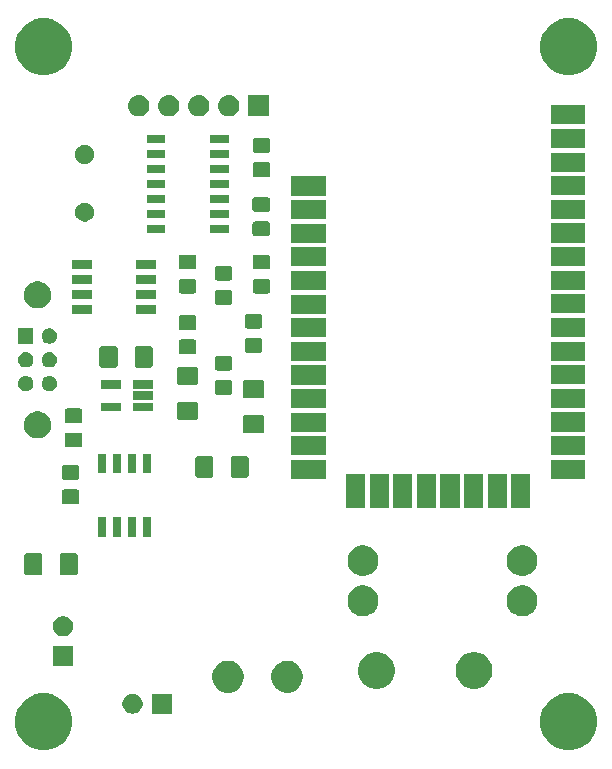
<source format=gts>
G04 #@! TF.GenerationSoftware,KiCad,Pcbnew,(5.0.1-3-g963ef8bb5)*
G04 #@! TF.CreationDate,2019-03-22T22:01:17-04:00*
G04 #@! TF.ProjectId,radio,726164696F2E6B696361645F70636200,rev?*
G04 #@! TF.SameCoordinates,Original*
G04 #@! TF.FileFunction,Soldermask,Top*
G04 #@! TF.FilePolarity,Negative*
%FSLAX46Y46*%
G04 Gerber Fmt 4.6, Leading zero omitted, Abs format (unit mm)*
G04 Created by KiCad (PCBNEW (5.0.1-3-g963ef8bb5)) date Friday, March 22, 2019 at 10:01:17 pm*
%MOMM*%
%LPD*%
G01*
G04 APERTURE LIST*
%ADD10C,0.100000*%
G04 APERTURE END LIST*
D10*
G36*
X172150287Y-131041462D02*
X172587204Y-131222438D01*
X172587205Y-131222439D01*
X172980421Y-131485177D01*
X173314823Y-131819579D01*
X173484934Y-132074169D01*
X173577562Y-132212796D01*
X173758538Y-132649713D01*
X173850800Y-133113543D01*
X173850800Y-133586457D01*
X173758538Y-134050287D01*
X173577562Y-134487204D01*
X173577561Y-134487205D01*
X173314823Y-134880421D01*
X172980421Y-135214823D01*
X172665420Y-135425300D01*
X172587204Y-135477562D01*
X172150287Y-135658538D01*
X171686458Y-135750800D01*
X171213542Y-135750800D01*
X170749713Y-135658538D01*
X170312796Y-135477562D01*
X170234580Y-135425300D01*
X169919579Y-135214823D01*
X169585177Y-134880421D01*
X169322439Y-134487205D01*
X169322438Y-134487204D01*
X169141462Y-134050287D01*
X169049200Y-133586457D01*
X169049200Y-133113543D01*
X169141462Y-132649713D01*
X169322438Y-132212796D01*
X169415066Y-132074169D01*
X169585177Y-131819579D01*
X169919579Y-131485177D01*
X170312795Y-131222439D01*
X170312796Y-131222438D01*
X170749713Y-131041462D01*
X171213542Y-130949200D01*
X171686458Y-130949200D01*
X172150287Y-131041462D01*
X172150287Y-131041462D01*
G37*
G36*
X127700287Y-131041462D02*
X128137204Y-131222438D01*
X128137205Y-131222439D01*
X128530421Y-131485177D01*
X128864823Y-131819579D01*
X129034934Y-132074169D01*
X129127562Y-132212796D01*
X129308538Y-132649713D01*
X129400800Y-133113543D01*
X129400800Y-133586457D01*
X129308538Y-134050287D01*
X129127562Y-134487204D01*
X129127561Y-134487205D01*
X128864823Y-134880421D01*
X128530421Y-135214823D01*
X128215420Y-135425300D01*
X128137204Y-135477562D01*
X127700287Y-135658538D01*
X127236458Y-135750800D01*
X126763542Y-135750800D01*
X126299713Y-135658538D01*
X125862796Y-135477562D01*
X125784580Y-135425300D01*
X125469579Y-135214823D01*
X125135177Y-134880421D01*
X124872439Y-134487205D01*
X124872438Y-134487204D01*
X124691462Y-134050287D01*
X124599200Y-133586457D01*
X124599200Y-133113543D01*
X124691462Y-132649713D01*
X124872438Y-132212796D01*
X124965066Y-132074169D01*
X125135177Y-131819579D01*
X125469579Y-131485177D01*
X125862795Y-131222439D01*
X125862796Y-131222438D01*
X126299713Y-131041462D01*
X126763542Y-130949200D01*
X127236458Y-130949200D01*
X127700287Y-131041462D01*
X127700287Y-131041462D01*
G37*
G36*
X134781169Y-131007895D02*
X134781171Y-131007896D01*
X134781172Y-131007896D01*
X134838369Y-131031588D01*
X134936005Y-131072031D01*
X135075354Y-131165140D01*
X135193860Y-131283646D01*
X135286969Y-131422995D01*
X135351105Y-131577831D01*
X135383800Y-131742203D01*
X135383800Y-131909797D01*
X135351105Y-132074169D01*
X135286969Y-132229005D01*
X135193860Y-132368354D01*
X135075354Y-132486860D01*
X134936005Y-132579969D01*
X134838369Y-132620412D01*
X134781172Y-132644104D01*
X134781171Y-132644104D01*
X134781169Y-132644105D01*
X134616797Y-132676800D01*
X134449203Y-132676800D01*
X134284831Y-132644105D01*
X134284829Y-132644104D01*
X134284828Y-132644104D01*
X134227631Y-132620412D01*
X134129995Y-132579969D01*
X133990646Y-132486860D01*
X133872140Y-132368354D01*
X133779031Y-132229005D01*
X133714895Y-132074169D01*
X133682200Y-131909797D01*
X133682200Y-131742203D01*
X133714895Y-131577831D01*
X133779031Y-131422995D01*
X133872140Y-131283646D01*
X133990646Y-131165140D01*
X134129995Y-131072031D01*
X134227631Y-131031588D01*
X134284828Y-131007896D01*
X134284829Y-131007896D01*
X134284831Y-131007895D01*
X134449203Y-130975200D01*
X134616797Y-130975200D01*
X134781169Y-131007895D01*
X134781169Y-131007895D01*
G37*
G36*
X137883800Y-132676800D02*
X136182200Y-132676800D01*
X136182200Y-130975200D01*
X137883800Y-130975200D01*
X137883800Y-132676800D01*
X137883800Y-132676800D01*
G37*
G36*
X148015014Y-128241110D02*
X148260844Y-128342937D01*
X148260847Y-128342939D01*
X148482082Y-128490762D01*
X148670238Y-128678918D01*
X148818061Y-128900153D01*
X148818063Y-128900156D01*
X148919890Y-129145986D01*
X148971800Y-129406958D01*
X148971800Y-129673042D01*
X148919890Y-129934014D01*
X148818063Y-130179844D01*
X148818061Y-130179847D01*
X148670238Y-130401082D01*
X148482082Y-130589238D01*
X148260847Y-130737061D01*
X148260844Y-130737063D01*
X148015014Y-130838890D01*
X147754042Y-130890800D01*
X147487958Y-130890800D01*
X147226986Y-130838890D01*
X146981156Y-130737063D01*
X146981153Y-130737061D01*
X146759918Y-130589238D01*
X146571762Y-130401082D01*
X146423939Y-130179847D01*
X146423937Y-130179844D01*
X146322110Y-129934014D01*
X146270200Y-129673042D01*
X146270200Y-129406958D01*
X146322110Y-129145986D01*
X146423937Y-128900156D01*
X146423939Y-128900153D01*
X146571762Y-128678918D01*
X146759918Y-128490762D01*
X146981153Y-128342939D01*
X146981156Y-128342937D01*
X147226986Y-128241110D01*
X147487958Y-128189200D01*
X147754042Y-128189200D01*
X148015014Y-128241110D01*
X148015014Y-128241110D01*
G37*
G36*
X143015014Y-128241110D02*
X143260844Y-128342937D01*
X143260847Y-128342939D01*
X143482082Y-128490762D01*
X143670238Y-128678918D01*
X143818061Y-128900153D01*
X143818063Y-128900156D01*
X143919890Y-129145986D01*
X143971800Y-129406958D01*
X143971800Y-129673042D01*
X143919890Y-129934014D01*
X143818063Y-130179844D01*
X143818061Y-130179847D01*
X143670238Y-130401082D01*
X143482082Y-130589238D01*
X143260847Y-130737061D01*
X143260844Y-130737063D01*
X143015014Y-130838890D01*
X142754042Y-130890800D01*
X142487958Y-130890800D01*
X142226986Y-130838890D01*
X141981156Y-130737063D01*
X141981153Y-130737061D01*
X141759918Y-130589238D01*
X141571762Y-130401082D01*
X141423939Y-130179847D01*
X141423937Y-130179844D01*
X141322110Y-129934014D01*
X141270200Y-129673042D01*
X141270200Y-129406958D01*
X141322110Y-129145986D01*
X141423937Y-128900156D01*
X141423939Y-128900153D01*
X141571762Y-128678918D01*
X141759918Y-128490762D01*
X141981153Y-128342939D01*
X141981156Y-128342937D01*
X142226986Y-128241110D01*
X142487958Y-128189200D01*
X142754042Y-128189200D01*
X143015014Y-128241110D01*
X143015014Y-128241110D01*
G37*
G36*
X163901352Y-127540796D02*
X164183579Y-127657699D01*
X164437578Y-127827415D01*
X164653585Y-128043422D01*
X164823301Y-128297421D01*
X164940204Y-128579648D01*
X164999800Y-128879259D01*
X164999800Y-129184741D01*
X164940204Y-129484352D01*
X164823301Y-129766579D01*
X164653585Y-130020578D01*
X164437578Y-130236585D01*
X164183579Y-130406301D01*
X163901352Y-130523204D01*
X163601741Y-130582800D01*
X163296259Y-130582800D01*
X162996648Y-130523204D01*
X162714421Y-130406301D01*
X162460422Y-130236585D01*
X162244415Y-130020578D01*
X162074699Y-129766579D01*
X161957796Y-129484352D01*
X161898200Y-129184741D01*
X161898200Y-128879259D01*
X161957796Y-128579648D01*
X162074699Y-128297421D01*
X162244415Y-128043422D01*
X162460422Y-127827415D01*
X162714421Y-127657699D01*
X162996648Y-127540796D01*
X163296259Y-127481200D01*
X163601741Y-127481200D01*
X163901352Y-127540796D01*
X163901352Y-127540796D01*
G37*
G36*
X155651352Y-127540796D02*
X155933579Y-127657699D01*
X156187578Y-127827415D01*
X156403585Y-128043422D01*
X156573301Y-128297421D01*
X156690204Y-128579648D01*
X156749800Y-128879259D01*
X156749800Y-129184741D01*
X156690204Y-129484352D01*
X156573301Y-129766579D01*
X156403585Y-130020578D01*
X156187578Y-130236585D01*
X155933579Y-130406301D01*
X155651352Y-130523204D01*
X155351741Y-130582800D01*
X155046259Y-130582800D01*
X154746648Y-130523204D01*
X154464421Y-130406301D01*
X154210422Y-130236585D01*
X153994415Y-130020578D01*
X153824699Y-129766579D01*
X153707796Y-129484352D01*
X153648200Y-129184741D01*
X153648200Y-128879259D01*
X153707796Y-128579648D01*
X153824699Y-128297421D01*
X153994415Y-128043422D01*
X154210422Y-127827415D01*
X154464421Y-127657699D01*
X154746648Y-127540796D01*
X155046259Y-127481200D01*
X155351741Y-127481200D01*
X155651352Y-127540796D01*
X155651352Y-127540796D01*
G37*
G36*
X129501800Y-128612800D02*
X127800200Y-128612800D01*
X127800200Y-126911200D01*
X129501800Y-126911200D01*
X129501800Y-128612800D01*
X129501800Y-128612800D01*
G37*
G36*
X128899169Y-124443895D02*
X128899171Y-124443896D01*
X128899172Y-124443896D01*
X128956369Y-124467588D01*
X129054005Y-124508031D01*
X129193354Y-124601140D01*
X129311860Y-124719646D01*
X129404969Y-124858995D01*
X129469105Y-125013831D01*
X129501800Y-125178203D01*
X129501800Y-125345797D01*
X129469105Y-125510169D01*
X129404969Y-125665005D01*
X129311860Y-125804354D01*
X129193354Y-125922860D01*
X129054005Y-126015969D01*
X128956369Y-126056412D01*
X128899172Y-126080104D01*
X128899171Y-126080104D01*
X128899169Y-126080105D01*
X128734797Y-126112800D01*
X128567203Y-126112800D01*
X128402831Y-126080105D01*
X128402829Y-126080104D01*
X128402828Y-126080104D01*
X128345631Y-126056412D01*
X128247995Y-126015969D01*
X128108646Y-125922860D01*
X127990140Y-125804354D01*
X127897031Y-125665005D01*
X127832895Y-125510169D01*
X127800200Y-125345797D01*
X127800200Y-125178203D01*
X127832895Y-125013831D01*
X127897031Y-124858995D01*
X127990140Y-124719646D01*
X128108646Y-124601140D01*
X128247995Y-124508031D01*
X128345631Y-124467588D01*
X128402828Y-124443896D01*
X128402829Y-124443896D01*
X128402831Y-124443895D01*
X128567203Y-124411200D01*
X128734797Y-124411200D01*
X128899169Y-124443895D01*
X128899169Y-124443895D01*
G37*
G36*
X154426429Y-121861189D02*
X154663162Y-121959247D01*
X154876209Y-122101600D01*
X155057400Y-122282791D01*
X155199753Y-122495838D01*
X155297811Y-122732571D01*
X155347800Y-122983883D01*
X155347800Y-123240117D01*
X155297811Y-123491429D01*
X155199753Y-123728162D01*
X155057400Y-123941209D01*
X154876209Y-124122400D01*
X154663162Y-124264753D01*
X154663161Y-124264754D01*
X154663160Y-124264754D01*
X154426429Y-124362811D01*
X154175118Y-124412800D01*
X153918882Y-124412800D01*
X153667571Y-124362811D01*
X153430840Y-124264754D01*
X153430839Y-124264754D01*
X153430838Y-124264753D01*
X153217791Y-124122400D01*
X153036600Y-123941209D01*
X152894247Y-123728162D01*
X152796189Y-123491429D01*
X152746200Y-123240117D01*
X152746200Y-122983883D01*
X152796189Y-122732571D01*
X152894247Y-122495838D01*
X153036600Y-122282791D01*
X153217791Y-122101600D01*
X153430838Y-121959247D01*
X153667571Y-121861189D01*
X153918882Y-121811200D01*
X154175118Y-121811200D01*
X154426429Y-121861189D01*
X154426429Y-121861189D01*
G37*
G36*
X167896429Y-121861189D02*
X168133162Y-121959247D01*
X168346209Y-122101600D01*
X168527400Y-122282791D01*
X168669753Y-122495838D01*
X168767811Y-122732571D01*
X168817800Y-122983883D01*
X168817800Y-123240117D01*
X168767811Y-123491429D01*
X168669753Y-123728162D01*
X168527400Y-123941209D01*
X168346209Y-124122400D01*
X168133162Y-124264753D01*
X168133161Y-124264754D01*
X168133160Y-124264754D01*
X167896429Y-124362811D01*
X167645118Y-124412800D01*
X167388882Y-124412800D01*
X167137571Y-124362811D01*
X166900840Y-124264754D01*
X166900839Y-124264754D01*
X166900838Y-124264753D01*
X166687791Y-124122400D01*
X166506600Y-123941209D01*
X166364247Y-123728162D01*
X166266189Y-123491429D01*
X166216200Y-123240117D01*
X166216200Y-122983883D01*
X166266189Y-122732571D01*
X166364247Y-122495838D01*
X166506600Y-122282791D01*
X166687791Y-122101600D01*
X166900838Y-121959247D01*
X167137571Y-121861189D01*
X167388882Y-121811200D01*
X167645118Y-121811200D01*
X167896429Y-121861189D01*
X167896429Y-121861189D01*
G37*
G36*
X154426429Y-118461189D02*
X154663162Y-118559247D01*
X154876209Y-118701600D01*
X155057400Y-118882791D01*
X155198756Y-119094346D01*
X155199754Y-119095840D01*
X155205448Y-119109587D01*
X155297811Y-119332571D01*
X155347800Y-119583883D01*
X155347800Y-119840117D01*
X155297811Y-120091429D01*
X155199753Y-120328162D01*
X155057400Y-120541209D01*
X154876209Y-120722400D01*
X154663162Y-120864753D01*
X154663161Y-120864754D01*
X154663160Y-120864754D01*
X154426429Y-120962811D01*
X154175118Y-121012800D01*
X153918882Y-121012800D01*
X153667571Y-120962811D01*
X153430840Y-120864754D01*
X153430839Y-120864754D01*
X153430838Y-120864753D01*
X153217791Y-120722400D01*
X153036600Y-120541209D01*
X152894247Y-120328162D01*
X152796189Y-120091429D01*
X152746200Y-119840117D01*
X152746200Y-119583883D01*
X152796189Y-119332571D01*
X152888552Y-119109587D01*
X152894246Y-119095840D01*
X152895244Y-119094346D01*
X153036600Y-118882791D01*
X153217791Y-118701600D01*
X153430838Y-118559247D01*
X153667571Y-118461189D01*
X153918882Y-118411200D01*
X154175118Y-118411200D01*
X154426429Y-118461189D01*
X154426429Y-118461189D01*
G37*
G36*
X167896429Y-118461189D02*
X168133162Y-118559247D01*
X168346209Y-118701600D01*
X168527400Y-118882791D01*
X168668756Y-119094346D01*
X168669754Y-119095840D01*
X168675448Y-119109587D01*
X168767811Y-119332571D01*
X168817800Y-119583883D01*
X168817800Y-119840117D01*
X168767811Y-120091429D01*
X168669753Y-120328162D01*
X168527400Y-120541209D01*
X168346209Y-120722400D01*
X168133162Y-120864753D01*
X168133161Y-120864754D01*
X168133160Y-120864754D01*
X167896429Y-120962811D01*
X167645118Y-121012800D01*
X167388882Y-121012800D01*
X167137571Y-120962811D01*
X166900840Y-120864754D01*
X166900839Y-120864754D01*
X166900838Y-120864753D01*
X166687791Y-120722400D01*
X166506600Y-120541209D01*
X166364247Y-120328162D01*
X166266189Y-120091429D01*
X166216200Y-119840117D01*
X166216200Y-119583883D01*
X166266189Y-119332571D01*
X166358552Y-119109587D01*
X166364246Y-119095840D01*
X166365244Y-119094346D01*
X166506600Y-118882791D01*
X166687791Y-118701600D01*
X166900838Y-118559247D01*
X167137571Y-118461189D01*
X167388882Y-118411200D01*
X167645118Y-118411200D01*
X167896429Y-118461189D01*
X167896429Y-118461189D01*
G37*
G36*
X126734966Y-119093757D02*
X126775860Y-119106162D01*
X126813549Y-119126307D01*
X126846583Y-119153417D01*
X126873693Y-119186451D01*
X126893838Y-119224140D01*
X126906243Y-119265034D01*
X126910800Y-119311305D01*
X126910800Y-120718695D01*
X126906243Y-120764966D01*
X126893838Y-120805860D01*
X126873693Y-120843549D01*
X126846583Y-120876583D01*
X126813549Y-120903693D01*
X126775860Y-120923838D01*
X126734966Y-120936243D01*
X126688695Y-120940800D01*
X125606305Y-120940800D01*
X125560034Y-120936243D01*
X125519140Y-120923838D01*
X125481451Y-120903693D01*
X125448417Y-120876583D01*
X125421307Y-120843549D01*
X125401162Y-120805860D01*
X125388757Y-120764966D01*
X125384200Y-120718695D01*
X125384200Y-119311305D01*
X125388757Y-119265034D01*
X125401162Y-119224140D01*
X125421307Y-119186451D01*
X125448417Y-119153417D01*
X125481451Y-119126307D01*
X125519140Y-119106162D01*
X125560034Y-119093757D01*
X125606305Y-119089200D01*
X126688695Y-119089200D01*
X126734966Y-119093757D01*
X126734966Y-119093757D01*
G37*
G36*
X129709966Y-119093757D02*
X129750860Y-119106162D01*
X129788549Y-119126307D01*
X129821583Y-119153417D01*
X129848693Y-119186451D01*
X129868838Y-119224140D01*
X129881243Y-119265034D01*
X129885800Y-119311305D01*
X129885800Y-120718695D01*
X129881243Y-120764966D01*
X129868838Y-120805860D01*
X129848693Y-120843549D01*
X129821583Y-120876583D01*
X129788549Y-120903693D01*
X129750860Y-120923838D01*
X129709966Y-120936243D01*
X129663695Y-120940800D01*
X128581305Y-120940800D01*
X128535034Y-120936243D01*
X128494140Y-120923838D01*
X128456451Y-120903693D01*
X128423417Y-120876583D01*
X128396307Y-120843549D01*
X128376162Y-120805860D01*
X128363757Y-120764966D01*
X128359200Y-120718695D01*
X128359200Y-119311305D01*
X128363757Y-119265034D01*
X128376162Y-119224140D01*
X128396307Y-119186451D01*
X128423417Y-119153417D01*
X128456451Y-119126307D01*
X128494140Y-119106162D01*
X128535034Y-119093757D01*
X128581305Y-119089200D01*
X129663695Y-119089200D01*
X129709966Y-119093757D01*
X129709966Y-119093757D01*
G37*
G36*
X132303800Y-117698800D02*
X131602200Y-117698800D01*
X131602200Y-116047200D01*
X132303800Y-116047200D01*
X132303800Y-117698800D01*
X132303800Y-117698800D01*
G37*
G36*
X134843800Y-117698800D02*
X134142200Y-117698800D01*
X134142200Y-116047200D01*
X134843800Y-116047200D01*
X134843800Y-117698800D01*
X134843800Y-117698800D01*
G37*
G36*
X136113800Y-117698800D02*
X135412200Y-117698800D01*
X135412200Y-116047200D01*
X136113800Y-116047200D01*
X136113800Y-117698800D01*
X136113800Y-117698800D01*
G37*
G36*
X133573800Y-117698800D02*
X132872200Y-117698800D01*
X132872200Y-116047200D01*
X133573800Y-116047200D01*
X133573800Y-117698800D01*
X133573800Y-117698800D01*
G37*
G36*
X166225800Y-115290800D02*
X164604200Y-115290800D01*
X164604200Y-112349200D01*
X166225800Y-112349200D01*
X166225800Y-115290800D01*
X166225800Y-115290800D01*
G37*
G36*
X154225800Y-115290800D02*
X152604200Y-115290800D01*
X152604200Y-112349200D01*
X154225800Y-112349200D01*
X154225800Y-115290800D01*
X154225800Y-115290800D01*
G37*
G36*
X156225800Y-115290800D02*
X154604200Y-115290800D01*
X154604200Y-112349200D01*
X156225800Y-112349200D01*
X156225800Y-115290800D01*
X156225800Y-115290800D01*
G37*
G36*
X168225800Y-115290800D02*
X166604200Y-115290800D01*
X166604200Y-112349200D01*
X168225800Y-112349200D01*
X168225800Y-115290800D01*
X168225800Y-115290800D01*
G37*
G36*
X164225800Y-115290800D02*
X162604200Y-115290800D01*
X162604200Y-112349200D01*
X164225800Y-112349200D01*
X164225800Y-115290800D01*
X164225800Y-115290800D01*
G37*
G36*
X158225800Y-115290800D02*
X156604200Y-115290800D01*
X156604200Y-112349200D01*
X158225800Y-112349200D01*
X158225800Y-115290800D01*
X158225800Y-115290800D01*
G37*
G36*
X160225800Y-115290800D02*
X158604200Y-115290800D01*
X158604200Y-112349200D01*
X160225800Y-112349200D01*
X160225800Y-115290800D01*
X160225800Y-115290800D01*
G37*
G36*
X162225800Y-115290800D02*
X160604200Y-115290800D01*
X160604200Y-112349200D01*
X162225800Y-112349200D01*
X162225800Y-115290800D01*
X162225800Y-115290800D01*
G37*
G36*
X129852391Y-113678962D02*
X129895286Y-113691974D01*
X129934812Y-113713101D01*
X129969462Y-113741538D01*
X129997899Y-113776188D01*
X130019026Y-113815714D01*
X130032038Y-113858609D01*
X130036800Y-113906959D01*
X130036800Y-114693041D01*
X130032038Y-114741391D01*
X130019026Y-114784286D01*
X129997899Y-114823812D01*
X129969462Y-114858462D01*
X129934812Y-114886899D01*
X129895286Y-114908026D01*
X129852391Y-114921038D01*
X129804041Y-114925800D01*
X128767959Y-114925800D01*
X128719609Y-114921038D01*
X128676714Y-114908026D01*
X128637188Y-114886899D01*
X128602538Y-114858462D01*
X128574101Y-114823812D01*
X128552974Y-114784286D01*
X128539962Y-114741391D01*
X128535200Y-114693041D01*
X128535200Y-113906959D01*
X128539962Y-113858609D01*
X128552974Y-113815714D01*
X128574101Y-113776188D01*
X128602538Y-113741538D01*
X128637188Y-113713101D01*
X128676714Y-113691974D01*
X128719609Y-113678962D01*
X128767959Y-113674200D01*
X129804041Y-113674200D01*
X129852391Y-113678962D01*
X129852391Y-113678962D01*
G37*
G36*
X129852391Y-111628962D02*
X129895286Y-111641974D01*
X129934812Y-111663101D01*
X129969462Y-111691538D01*
X129997899Y-111726188D01*
X130019026Y-111765714D01*
X130032038Y-111808609D01*
X130036800Y-111856959D01*
X130036800Y-112643041D01*
X130032038Y-112691391D01*
X130019026Y-112734286D01*
X129997899Y-112773812D01*
X129969462Y-112808462D01*
X129934812Y-112836899D01*
X129895286Y-112858026D01*
X129852391Y-112871038D01*
X129804041Y-112875800D01*
X128767959Y-112875800D01*
X128719609Y-112871038D01*
X128676714Y-112858026D01*
X128637188Y-112836899D01*
X128602538Y-112808462D01*
X128574101Y-112773812D01*
X128552974Y-112734286D01*
X128539962Y-112691391D01*
X128535200Y-112643041D01*
X128535200Y-111856959D01*
X128539962Y-111808609D01*
X128552974Y-111765714D01*
X128574101Y-111726188D01*
X128602538Y-111691538D01*
X128637188Y-111663101D01*
X128676714Y-111641974D01*
X128719609Y-111628962D01*
X128767959Y-111624200D01*
X129804041Y-111624200D01*
X129852391Y-111628962D01*
X129852391Y-111628962D01*
G37*
G36*
X150885800Y-112800800D02*
X147944200Y-112800800D01*
X147944200Y-111179200D01*
X150885800Y-111179200D01*
X150885800Y-112800800D01*
X150885800Y-112800800D01*
G37*
G36*
X172885800Y-112780800D02*
X169944200Y-112780800D01*
X169944200Y-111159200D01*
X172885800Y-111159200D01*
X172885800Y-112780800D01*
X172885800Y-112780800D01*
G37*
G36*
X141212966Y-110838757D02*
X141253860Y-110851162D01*
X141291549Y-110871307D01*
X141324583Y-110898417D01*
X141351693Y-110931451D01*
X141371838Y-110969140D01*
X141384243Y-111010034D01*
X141388800Y-111056305D01*
X141388800Y-112463695D01*
X141384243Y-112509966D01*
X141371838Y-112550860D01*
X141351693Y-112588549D01*
X141324583Y-112621583D01*
X141291549Y-112648693D01*
X141253860Y-112668838D01*
X141212966Y-112681243D01*
X141166695Y-112685800D01*
X140084305Y-112685800D01*
X140038034Y-112681243D01*
X139997140Y-112668838D01*
X139959451Y-112648693D01*
X139926417Y-112621583D01*
X139899307Y-112588549D01*
X139879162Y-112550860D01*
X139866757Y-112509966D01*
X139862200Y-112463695D01*
X139862200Y-111056305D01*
X139866757Y-111010034D01*
X139879162Y-110969140D01*
X139899307Y-110931451D01*
X139926417Y-110898417D01*
X139959451Y-110871307D01*
X139997140Y-110851162D01*
X140038034Y-110838757D01*
X140084305Y-110834200D01*
X141166695Y-110834200D01*
X141212966Y-110838757D01*
X141212966Y-110838757D01*
G37*
G36*
X144187966Y-110838757D02*
X144228860Y-110851162D01*
X144266549Y-110871307D01*
X144299583Y-110898417D01*
X144326693Y-110931451D01*
X144346838Y-110969140D01*
X144359243Y-111010034D01*
X144363800Y-111056305D01*
X144363800Y-112463695D01*
X144359243Y-112509966D01*
X144346838Y-112550860D01*
X144326693Y-112588549D01*
X144299583Y-112621583D01*
X144266549Y-112648693D01*
X144228860Y-112668838D01*
X144187966Y-112681243D01*
X144141695Y-112685800D01*
X143059305Y-112685800D01*
X143013034Y-112681243D01*
X142972140Y-112668838D01*
X142934451Y-112648693D01*
X142901417Y-112621583D01*
X142874307Y-112588549D01*
X142854162Y-112550860D01*
X142841757Y-112509966D01*
X142837200Y-112463695D01*
X142837200Y-111056305D01*
X142841757Y-111010034D01*
X142854162Y-110969140D01*
X142874307Y-110931451D01*
X142901417Y-110898417D01*
X142934451Y-110871307D01*
X142972140Y-110851162D01*
X143013034Y-110838757D01*
X143059305Y-110834200D01*
X144141695Y-110834200D01*
X144187966Y-110838757D01*
X144187966Y-110838757D01*
G37*
G36*
X134843800Y-112298800D02*
X134142200Y-112298800D01*
X134142200Y-110647200D01*
X134843800Y-110647200D01*
X134843800Y-112298800D01*
X134843800Y-112298800D01*
G37*
G36*
X132303800Y-112298800D02*
X131602200Y-112298800D01*
X131602200Y-110647200D01*
X132303800Y-110647200D01*
X132303800Y-112298800D01*
X132303800Y-112298800D01*
G37*
G36*
X136113800Y-112298800D02*
X135412200Y-112298800D01*
X135412200Y-110647200D01*
X136113800Y-110647200D01*
X136113800Y-112298800D01*
X136113800Y-112298800D01*
G37*
G36*
X133573800Y-112298800D02*
X132872200Y-112298800D01*
X132872200Y-110647200D01*
X133573800Y-110647200D01*
X133573800Y-112298800D01*
X133573800Y-112298800D01*
G37*
G36*
X150885800Y-110800800D02*
X147944200Y-110800800D01*
X147944200Y-109179200D01*
X150885800Y-109179200D01*
X150885800Y-110800800D01*
X150885800Y-110800800D01*
G37*
G36*
X172885800Y-110780800D02*
X169944200Y-110780800D01*
X169944200Y-109159200D01*
X172885800Y-109159200D01*
X172885800Y-110780800D01*
X172885800Y-110780800D01*
G37*
G36*
X130106391Y-108870962D02*
X130149286Y-108883974D01*
X130188812Y-108905101D01*
X130223462Y-108933538D01*
X130251899Y-108968188D01*
X130273026Y-109007714D01*
X130286038Y-109050609D01*
X130290800Y-109098959D01*
X130290800Y-109885041D01*
X130286038Y-109933391D01*
X130273026Y-109976286D01*
X130251899Y-110015812D01*
X130223462Y-110050462D01*
X130188812Y-110078899D01*
X130149286Y-110100026D01*
X130106391Y-110113038D01*
X130058041Y-110117800D01*
X129021959Y-110117800D01*
X128973609Y-110113038D01*
X128930714Y-110100026D01*
X128891188Y-110078899D01*
X128856538Y-110050462D01*
X128828101Y-110015812D01*
X128806974Y-109976286D01*
X128793962Y-109933391D01*
X128789200Y-109885041D01*
X128789200Y-109098959D01*
X128793962Y-109050609D01*
X128806974Y-109007714D01*
X128828101Y-108968188D01*
X128856538Y-108933538D01*
X128891188Y-108905101D01*
X128930714Y-108883974D01*
X128973609Y-108870962D01*
X129021959Y-108866200D01*
X130058041Y-108866200D01*
X130106391Y-108870962D01*
X130106391Y-108870962D01*
G37*
G36*
X126660549Y-107060181D02*
X126827674Y-107093424D01*
X126827677Y-107093425D01*
X126827676Y-107093425D01*
X127037108Y-107180174D01*
X127225592Y-107306115D01*
X127385885Y-107466408D01*
X127511826Y-107654892D01*
X127570156Y-107795714D01*
X127598576Y-107864326D01*
X127642800Y-108086657D01*
X127642800Y-108313343D01*
X127598576Y-108535674D01*
X127598575Y-108535676D01*
X127511826Y-108745108D01*
X127385885Y-108933592D01*
X127225592Y-109093885D01*
X127037108Y-109219826D01*
X126846303Y-109298859D01*
X126827674Y-109306576D01*
X126660549Y-109339819D01*
X126605344Y-109350800D01*
X126378656Y-109350800D01*
X126323451Y-109339819D01*
X126156326Y-109306576D01*
X126137697Y-109298859D01*
X125946892Y-109219826D01*
X125758408Y-109093885D01*
X125598115Y-108933592D01*
X125472174Y-108745108D01*
X125385425Y-108535676D01*
X125385424Y-108535674D01*
X125341200Y-108313343D01*
X125341200Y-108086657D01*
X125385424Y-107864326D01*
X125413844Y-107795714D01*
X125472174Y-107654892D01*
X125598115Y-107466408D01*
X125758408Y-107306115D01*
X125946892Y-107180174D01*
X126156324Y-107093425D01*
X126156323Y-107093425D01*
X126156326Y-107093424D01*
X126323451Y-107060181D01*
X126378656Y-107049200D01*
X126605344Y-107049200D01*
X126660549Y-107060181D01*
X126660549Y-107060181D01*
G37*
G36*
X145529966Y-107408757D02*
X145570860Y-107421162D01*
X145608549Y-107441307D01*
X145641583Y-107468417D01*
X145668693Y-107501451D01*
X145688838Y-107539140D01*
X145701243Y-107580034D01*
X145705800Y-107626305D01*
X145705800Y-108708695D01*
X145701243Y-108754966D01*
X145688838Y-108795860D01*
X145668693Y-108833549D01*
X145641583Y-108866583D01*
X145608549Y-108893693D01*
X145570860Y-108913838D01*
X145529966Y-108926243D01*
X145483695Y-108930800D01*
X144076305Y-108930800D01*
X144030034Y-108926243D01*
X143989140Y-108913838D01*
X143951451Y-108893693D01*
X143918417Y-108866583D01*
X143891307Y-108833549D01*
X143871162Y-108795860D01*
X143858757Y-108754966D01*
X143854200Y-108708695D01*
X143854200Y-107626305D01*
X143858757Y-107580034D01*
X143871162Y-107539140D01*
X143891307Y-107501451D01*
X143918417Y-107468417D01*
X143951451Y-107441307D01*
X143989140Y-107421162D01*
X144030034Y-107408757D01*
X144076305Y-107404200D01*
X145483695Y-107404200D01*
X145529966Y-107408757D01*
X145529966Y-107408757D01*
G37*
G36*
X150885800Y-108800800D02*
X147944200Y-108800800D01*
X147944200Y-107179200D01*
X150885800Y-107179200D01*
X150885800Y-108800800D01*
X150885800Y-108800800D01*
G37*
G36*
X172885800Y-108780800D02*
X169944200Y-108780800D01*
X169944200Y-107159200D01*
X172885800Y-107159200D01*
X172885800Y-108780800D01*
X172885800Y-108780800D01*
G37*
G36*
X130106391Y-106820962D02*
X130149286Y-106833974D01*
X130188812Y-106855101D01*
X130223462Y-106883538D01*
X130251899Y-106918188D01*
X130273026Y-106957714D01*
X130286038Y-107000609D01*
X130290800Y-107048959D01*
X130290800Y-107835041D01*
X130286038Y-107883391D01*
X130273026Y-107926286D01*
X130251899Y-107965812D01*
X130223462Y-108000462D01*
X130188812Y-108028899D01*
X130149286Y-108050026D01*
X130106391Y-108063038D01*
X130058041Y-108067800D01*
X129021959Y-108067800D01*
X128973609Y-108063038D01*
X128930714Y-108050026D01*
X128891188Y-108028899D01*
X128856538Y-108000462D01*
X128828101Y-107965812D01*
X128806974Y-107926286D01*
X128793962Y-107883391D01*
X128789200Y-107835041D01*
X128789200Y-107048959D01*
X128793962Y-107000609D01*
X128806974Y-106957714D01*
X128828101Y-106918188D01*
X128856538Y-106883538D01*
X128891188Y-106855101D01*
X128930714Y-106833974D01*
X128973609Y-106820962D01*
X129021959Y-106816200D01*
X130058041Y-106816200D01*
X130106391Y-106820962D01*
X130106391Y-106820962D01*
G37*
G36*
X139944966Y-106276257D02*
X139985860Y-106288662D01*
X140023549Y-106308807D01*
X140056583Y-106335917D01*
X140083693Y-106368951D01*
X140103838Y-106406640D01*
X140116243Y-106447534D01*
X140120800Y-106493805D01*
X140120800Y-107576195D01*
X140116243Y-107622466D01*
X140103838Y-107663360D01*
X140083693Y-107701049D01*
X140056583Y-107734083D01*
X140023549Y-107761193D01*
X139985860Y-107781338D01*
X139944966Y-107793743D01*
X139898695Y-107798300D01*
X138491305Y-107798300D01*
X138445034Y-107793743D01*
X138404140Y-107781338D01*
X138366451Y-107761193D01*
X138333417Y-107734083D01*
X138306307Y-107701049D01*
X138286162Y-107663360D01*
X138273757Y-107622466D01*
X138269200Y-107576195D01*
X138269200Y-106493805D01*
X138273757Y-106447534D01*
X138286162Y-106406640D01*
X138306307Y-106368951D01*
X138333417Y-106335917D01*
X138366451Y-106308807D01*
X138404140Y-106288662D01*
X138445034Y-106276257D01*
X138491305Y-106271700D01*
X139898695Y-106271700D01*
X139944966Y-106276257D01*
X139944966Y-106276257D01*
G37*
G36*
X133555800Y-107075800D02*
X131894200Y-107075800D01*
X131894200Y-106324200D01*
X133555800Y-106324200D01*
X133555800Y-107075800D01*
X133555800Y-107075800D01*
G37*
G36*
X136255800Y-107075800D02*
X134594200Y-107075800D01*
X134594200Y-106324200D01*
X136255800Y-106324200D01*
X136255800Y-107075800D01*
X136255800Y-107075800D01*
G37*
G36*
X150885800Y-106800800D02*
X147944200Y-106800800D01*
X147944200Y-105179200D01*
X150885800Y-105179200D01*
X150885800Y-106800800D01*
X150885800Y-106800800D01*
G37*
G36*
X172885800Y-106780800D02*
X169944200Y-106780800D01*
X169944200Y-105159200D01*
X172885800Y-105159200D01*
X172885800Y-106780800D01*
X172885800Y-106780800D01*
G37*
G36*
X136255800Y-106125800D02*
X134594200Y-106125800D01*
X134594200Y-105374200D01*
X136255800Y-105374200D01*
X136255800Y-106125800D01*
X136255800Y-106125800D01*
G37*
G36*
X145529966Y-104433757D02*
X145570860Y-104446162D01*
X145608549Y-104466307D01*
X145641583Y-104493417D01*
X145668693Y-104526451D01*
X145688838Y-104564140D01*
X145701243Y-104605034D01*
X145705800Y-104651305D01*
X145705800Y-105733695D01*
X145701243Y-105779966D01*
X145688838Y-105820860D01*
X145668693Y-105858549D01*
X145641583Y-105891583D01*
X145608549Y-105918693D01*
X145570860Y-105938838D01*
X145529966Y-105951243D01*
X145483695Y-105955800D01*
X144076305Y-105955800D01*
X144030034Y-105951243D01*
X143989140Y-105938838D01*
X143951451Y-105918693D01*
X143918417Y-105891583D01*
X143891307Y-105858549D01*
X143871162Y-105820860D01*
X143858757Y-105779966D01*
X143854200Y-105733695D01*
X143854200Y-104651305D01*
X143858757Y-104605034D01*
X143871162Y-104564140D01*
X143891307Y-104526451D01*
X143918417Y-104493417D01*
X143951451Y-104466307D01*
X143989140Y-104446162D01*
X144030034Y-104433757D01*
X144076305Y-104429200D01*
X145483695Y-104429200D01*
X145529966Y-104433757D01*
X145529966Y-104433757D01*
G37*
G36*
X142806391Y-104416962D02*
X142849286Y-104429974D01*
X142888812Y-104451101D01*
X142923462Y-104479538D01*
X142951899Y-104514188D01*
X142973026Y-104553714D01*
X142986038Y-104596609D01*
X142990800Y-104644959D01*
X142990800Y-105431041D01*
X142986038Y-105479391D01*
X142973026Y-105522286D01*
X142951899Y-105561812D01*
X142923462Y-105596462D01*
X142888812Y-105624899D01*
X142849286Y-105646026D01*
X142806391Y-105659038D01*
X142758041Y-105663800D01*
X141721959Y-105663800D01*
X141673609Y-105659038D01*
X141630714Y-105646026D01*
X141591188Y-105624899D01*
X141556538Y-105596462D01*
X141528101Y-105561812D01*
X141506974Y-105522286D01*
X141493962Y-105479391D01*
X141489200Y-105431041D01*
X141489200Y-104644959D01*
X141493962Y-104596609D01*
X141506974Y-104553714D01*
X141528101Y-104514188D01*
X141556538Y-104479538D01*
X141591188Y-104451101D01*
X141630714Y-104429974D01*
X141673609Y-104416962D01*
X141721959Y-104412200D01*
X142758041Y-104412200D01*
X142806391Y-104416962D01*
X142806391Y-104416962D01*
G37*
G36*
X125681831Y-104074210D02*
X125800269Y-104123268D01*
X125800273Y-104123271D01*
X125906858Y-104194488D01*
X125997512Y-104285142D01*
X126051108Y-104365356D01*
X126068732Y-104391731D01*
X126117790Y-104510169D01*
X126142800Y-104635902D01*
X126142800Y-104764098D01*
X126117790Y-104889831D01*
X126068732Y-105008269D01*
X126068729Y-105008273D01*
X125997512Y-105114858D01*
X125906858Y-105205512D01*
X125826644Y-105259108D01*
X125800269Y-105276732D01*
X125681831Y-105325790D01*
X125556098Y-105350800D01*
X125427902Y-105350800D01*
X125302169Y-105325790D01*
X125183731Y-105276732D01*
X125157356Y-105259108D01*
X125077142Y-105205512D01*
X124986488Y-105114858D01*
X124915271Y-105008273D01*
X124915268Y-105008269D01*
X124866210Y-104889831D01*
X124841200Y-104764098D01*
X124841200Y-104635902D01*
X124866210Y-104510169D01*
X124915268Y-104391731D01*
X124932892Y-104365356D01*
X124986488Y-104285142D01*
X125077142Y-104194488D01*
X125183727Y-104123271D01*
X125183731Y-104123268D01*
X125302169Y-104074210D01*
X125427902Y-104049200D01*
X125556098Y-104049200D01*
X125681831Y-104074210D01*
X125681831Y-104074210D01*
G37*
G36*
X127681831Y-104074210D02*
X127800269Y-104123268D01*
X127800273Y-104123271D01*
X127906858Y-104194488D01*
X127997512Y-104285142D01*
X128051108Y-104365356D01*
X128068732Y-104391731D01*
X128117790Y-104510169D01*
X128142800Y-104635902D01*
X128142800Y-104764098D01*
X128117790Y-104889831D01*
X128068732Y-105008269D01*
X128068729Y-105008273D01*
X127997512Y-105114858D01*
X127906858Y-105205512D01*
X127826644Y-105259108D01*
X127800269Y-105276732D01*
X127681831Y-105325790D01*
X127556098Y-105350800D01*
X127427902Y-105350800D01*
X127302169Y-105325790D01*
X127183731Y-105276732D01*
X127157356Y-105259108D01*
X127077142Y-105205512D01*
X126986488Y-105114858D01*
X126915271Y-105008273D01*
X126915268Y-105008269D01*
X126866210Y-104889831D01*
X126841200Y-104764098D01*
X126841200Y-104635902D01*
X126866210Y-104510169D01*
X126915268Y-104391731D01*
X126932892Y-104365356D01*
X126986488Y-104285142D01*
X127077142Y-104194488D01*
X127183727Y-104123271D01*
X127183731Y-104123268D01*
X127302169Y-104074210D01*
X127427902Y-104049200D01*
X127556098Y-104049200D01*
X127681831Y-104074210D01*
X127681831Y-104074210D01*
G37*
G36*
X136255800Y-105175800D02*
X134594200Y-105175800D01*
X134594200Y-104424200D01*
X136255800Y-104424200D01*
X136255800Y-105175800D01*
X136255800Y-105175800D01*
G37*
G36*
X133555800Y-105175800D02*
X131894200Y-105175800D01*
X131894200Y-104424200D01*
X133555800Y-104424200D01*
X133555800Y-105175800D01*
X133555800Y-105175800D01*
G37*
G36*
X139944966Y-103301257D02*
X139985860Y-103313662D01*
X140023549Y-103333807D01*
X140056583Y-103360917D01*
X140083693Y-103393951D01*
X140103838Y-103431640D01*
X140116243Y-103472534D01*
X140120800Y-103518805D01*
X140120800Y-104601195D01*
X140116243Y-104647466D01*
X140103838Y-104688360D01*
X140083693Y-104726049D01*
X140056583Y-104759083D01*
X140023549Y-104786193D01*
X139985860Y-104806338D01*
X139944966Y-104818743D01*
X139898695Y-104823300D01*
X138491305Y-104823300D01*
X138445034Y-104818743D01*
X138404140Y-104806338D01*
X138366451Y-104786193D01*
X138333417Y-104759083D01*
X138306307Y-104726049D01*
X138286162Y-104688360D01*
X138273757Y-104647466D01*
X138269200Y-104601195D01*
X138269200Y-103518805D01*
X138273757Y-103472534D01*
X138286162Y-103431640D01*
X138306307Y-103393951D01*
X138333417Y-103360917D01*
X138366451Y-103333807D01*
X138404140Y-103313662D01*
X138445034Y-103301257D01*
X138491305Y-103296700D01*
X139898695Y-103296700D01*
X139944966Y-103301257D01*
X139944966Y-103301257D01*
G37*
G36*
X150885800Y-104800800D02*
X147944200Y-104800800D01*
X147944200Y-103179200D01*
X150885800Y-103179200D01*
X150885800Y-104800800D01*
X150885800Y-104800800D01*
G37*
G36*
X172885800Y-104780800D02*
X169944200Y-104780800D01*
X169944200Y-103159200D01*
X172885800Y-103159200D01*
X172885800Y-104780800D01*
X172885800Y-104780800D01*
G37*
G36*
X142806391Y-102366962D02*
X142849286Y-102379974D01*
X142888812Y-102401101D01*
X142923462Y-102429538D01*
X142951899Y-102464188D01*
X142973026Y-102503714D01*
X142986038Y-102546609D01*
X142990800Y-102594959D01*
X142990800Y-103381041D01*
X142986038Y-103429391D01*
X142973026Y-103472286D01*
X142951899Y-103511812D01*
X142923462Y-103546462D01*
X142888812Y-103574899D01*
X142849286Y-103596026D01*
X142806391Y-103609038D01*
X142758041Y-103613800D01*
X141721959Y-103613800D01*
X141673609Y-103609038D01*
X141630714Y-103596026D01*
X141591188Y-103574899D01*
X141556538Y-103546462D01*
X141528101Y-103511812D01*
X141506974Y-103472286D01*
X141493962Y-103429391D01*
X141489200Y-103381041D01*
X141489200Y-102594959D01*
X141493962Y-102546609D01*
X141506974Y-102503714D01*
X141528101Y-102464188D01*
X141556538Y-102429538D01*
X141591188Y-102401101D01*
X141630714Y-102379974D01*
X141673609Y-102366962D01*
X141721959Y-102362200D01*
X142758041Y-102362200D01*
X142806391Y-102366962D01*
X142806391Y-102366962D01*
G37*
G36*
X133087466Y-101528757D02*
X133128360Y-101541162D01*
X133166049Y-101561307D01*
X133199083Y-101588417D01*
X133226193Y-101621451D01*
X133246338Y-101659140D01*
X133258743Y-101700034D01*
X133263300Y-101746305D01*
X133263300Y-103153695D01*
X133258743Y-103199966D01*
X133246338Y-103240860D01*
X133226193Y-103278549D01*
X133199083Y-103311583D01*
X133166049Y-103338693D01*
X133128360Y-103358838D01*
X133087466Y-103371243D01*
X133041195Y-103375800D01*
X131958805Y-103375800D01*
X131912534Y-103371243D01*
X131871640Y-103358838D01*
X131833951Y-103338693D01*
X131800917Y-103311583D01*
X131773807Y-103278549D01*
X131753662Y-103240860D01*
X131741257Y-103199966D01*
X131736700Y-103153695D01*
X131736700Y-101746305D01*
X131741257Y-101700034D01*
X131753662Y-101659140D01*
X131773807Y-101621451D01*
X131800917Y-101588417D01*
X131833951Y-101561307D01*
X131871640Y-101541162D01*
X131912534Y-101528757D01*
X131958805Y-101524200D01*
X133041195Y-101524200D01*
X133087466Y-101528757D01*
X133087466Y-101528757D01*
G37*
G36*
X136062466Y-101528757D02*
X136103360Y-101541162D01*
X136141049Y-101561307D01*
X136174083Y-101588417D01*
X136201193Y-101621451D01*
X136221338Y-101659140D01*
X136233743Y-101700034D01*
X136238300Y-101746305D01*
X136238300Y-103153695D01*
X136233743Y-103199966D01*
X136221338Y-103240860D01*
X136201193Y-103278549D01*
X136174083Y-103311583D01*
X136141049Y-103338693D01*
X136103360Y-103358838D01*
X136062466Y-103371243D01*
X136016195Y-103375800D01*
X134933805Y-103375800D01*
X134887534Y-103371243D01*
X134846640Y-103358838D01*
X134808951Y-103338693D01*
X134775917Y-103311583D01*
X134748807Y-103278549D01*
X134728662Y-103240860D01*
X134716257Y-103199966D01*
X134711700Y-103153695D01*
X134711700Y-101746305D01*
X134716257Y-101700034D01*
X134728662Y-101659140D01*
X134748807Y-101621451D01*
X134775917Y-101588417D01*
X134808951Y-101561307D01*
X134846640Y-101541162D01*
X134887534Y-101528757D01*
X134933805Y-101524200D01*
X136016195Y-101524200D01*
X136062466Y-101528757D01*
X136062466Y-101528757D01*
G37*
G36*
X127681831Y-102074210D02*
X127800269Y-102123268D01*
X127826644Y-102140892D01*
X127906858Y-102194488D01*
X127997512Y-102285142D01*
X128049000Y-102362200D01*
X128068732Y-102391731D01*
X128117790Y-102510169D01*
X128142800Y-102635902D01*
X128142800Y-102764098D01*
X128117790Y-102889831D01*
X128068732Y-103008269D01*
X128068729Y-103008273D01*
X127997512Y-103114858D01*
X127906858Y-103205512D01*
X127853955Y-103240860D01*
X127800269Y-103276732D01*
X127681831Y-103325790D01*
X127556098Y-103350800D01*
X127427902Y-103350800D01*
X127302169Y-103325790D01*
X127183731Y-103276732D01*
X127130045Y-103240860D01*
X127077142Y-103205512D01*
X126986488Y-103114858D01*
X126915271Y-103008273D01*
X126915268Y-103008269D01*
X126866210Y-102889831D01*
X126841200Y-102764098D01*
X126841200Y-102635902D01*
X126866210Y-102510169D01*
X126915268Y-102391731D01*
X126935000Y-102362200D01*
X126986488Y-102285142D01*
X127077142Y-102194488D01*
X127157356Y-102140892D01*
X127183731Y-102123268D01*
X127302169Y-102074210D01*
X127427902Y-102049200D01*
X127556098Y-102049200D01*
X127681831Y-102074210D01*
X127681831Y-102074210D01*
G37*
G36*
X125681831Y-102074210D02*
X125800269Y-102123268D01*
X125826644Y-102140892D01*
X125906858Y-102194488D01*
X125997512Y-102285142D01*
X126049000Y-102362200D01*
X126068732Y-102391731D01*
X126117790Y-102510169D01*
X126142800Y-102635902D01*
X126142800Y-102764098D01*
X126117790Y-102889831D01*
X126068732Y-103008269D01*
X126068729Y-103008273D01*
X125997512Y-103114858D01*
X125906858Y-103205512D01*
X125853955Y-103240860D01*
X125800269Y-103276732D01*
X125681831Y-103325790D01*
X125556098Y-103350800D01*
X125427902Y-103350800D01*
X125302169Y-103325790D01*
X125183731Y-103276732D01*
X125130045Y-103240860D01*
X125077142Y-103205512D01*
X124986488Y-103114858D01*
X124915271Y-103008273D01*
X124915268Y-103008269D01*
X124866210Y-102889831D01*
X124841200Y-102764098D01*
X124841200Y-102635902D01*
X124866210Y-102510169D01*
X124915268Y-102391731D01*
X124935000Y-102362200D01*
X124986488Y-102285142D01*
X125077142Y-102194488D01*
X125157356Y-102140892D01*
X125183731Y-102123268D01*
X125302169Y-102074210D01*
X125427902Y-102049200D01*
X125556098Y-102049200D01*
X125681831Y-102074210D01*
X125681831Y-102074210D01*
G37*
G36*
X150885800Y-102800800D02*
X147944200Y-102800800D01*
X147944200Y-101179200D01*
X150885800Y-101179200D01*
X150885800Y-102800800D01*
X150885800Y-102800800D01*
G37*
G36*
X172885800Y-102780800D02*
X169944200Y-102780800D01*
X169944200Y-101159200D01*
X172885800Y-101159200D01*
X172885800Y-102780800D01*
X172885800Y-102780800D01*
G37*
G36*
X139758391Y-100987962D02*
X139801286Y-101000974D01*
X139840812Y-101022101D01*
X139875462Y-101050538D01*
X139903899Y-101085188D01*
X139925026Y-101124714D01*
X139938038Y-101167609D01*
X139942800Y-101215959D01*
X139942800Y-102002041D01*
X139938038Y-102050391D01*
X139925026Y-102093286D01*
X139903899Y-102132812D01*
X139875462Y-102167462D01*
X139840812Y-102195899D01*
X139801286Y-102217026D01*
X139758391Y-102230038D01*
X139710041Y-102234800D01*
X138673959Y-102234800D01*
X138625609Y-102230038D01*
X138582714Y-102217026D01*
X138543188Y-102195899D01*
X138508538Y-102167462D01*
X138480101Y-102132812D01*
X138458974Y-102093286D01*
X138445962Y-102050391D01*
X138441200Y-102002041D01*
X138441200Y-101215959D01*
X138445962Y-101167609D01*
X138458974Y-101124714D01*
X138480101Y-101085188D01*
X138508538Y-101050538D01*
X138543188Y-101022101D01*
X138582714Y-101000974D01*
X138625609Y-100987962D01*
X138673959Y-100983200D01*
X139710041Y-100983200D01*
X139758391Y-100987962D01*
X139758391Y-100987962D01*
G37*
G36*
X145346391Y-100860962D02*
X145389286Y-100873974D01*
X145428812Y-100895101D01*
X145463462Y-100923538D01*
X145491899Y-100958188D01*
X145513026Y-100997714D01*
X145526038Y-101040609D01*
X145530800Y-101088959D01*
X145530800Y-101875041D01*
X145526038Y-101923391D01*
X145513026Y-101966286D01*
X145491899Y-102005812D01*
X145463462Y-102040462D01*
X145428812Y-102068899D01*
X145389286Y-102090026D01*
X145346391Y-102103038D01*
X145298041Y-102107800D01*
X144261959Y-102107800D01*
X144213609Y-102103038D01*
X144170714Y-102090026D01*
X144131188Y-102068899D01*
X144096538Y-102040462D01*
X144068101Y-102005812D01*
X144046974Y-101966286D01*
X144033962Y-101923391D01*
X144029200Y-101875041D01*
X144029200Y-101088959D01*
X144033962Y-101040609D01*
X144046974Y-100997714D01*
X144068101Y-100958188D01*
X144096538Y-100923538D01*
X144131188Y-100895101D01*
X144170714Y-100873974D01*
X144213609Y-100860962D01*
X144261959Y-100856200D01*
X145298041Y-100856200D01*
X145346391Y-100860962D01*
X145346391Y-100860962D01*
G37*
G36*
X126142800Y-101350800D02*
X124841200Y-101350800D01*
X124841200Y-100049200D01*
X126142800Y-100049200D01*
X126142800Y-101350800D01*
X126142800Y-101350800D01*
G37*
G36*
X127681831Y-100074210D02*
X127800269Y-100123268D01*
X127800273Y-100123271D01*
X127906858Y-100194488D01*
X127997512Y-100285142D01*
X128051108Y-100365356D01*
X128068732Y-100391731D01*
X128117790Y-100510169D01*
X128142800Y-100635902D01*
X128142800Y-100764098D01*
X128117790Y-100889831D01*
X128068732Y-101008269D01*
X128068729Y-101008273D01*
X127997512Y-101114858D01*
X127906858Y-101205512D01*
X127832365Y-101255286D01*
X127800269Y-101276732D01*
X127681831Y-101325790D01*
X127556098Y-101350800D01*
X127427902Y-101350800D01*
X127302169Y-101325790D01*
X127183731Y-101276732D01*
X127151635Y-101255286D01*
X127077142Y-101205512D01*
X126986488Y-101114858D01*
X126915271Y-101008273D01*
X126915268Y-101008269D01*
X126866210Y-100889831D01*
X126841200Y-100764098D01*
X126841200Y-100635902D01*
X126866210Y-100510169D01*
X126915268Y-100391731D01*
X126932892Y-100365356D01*
X126986488Y-100285142D01*
X127077142Y-100194488D01*
X127183727Y-100123271D01*
X127183731Y-100123268D01*
X127302169Y-100074210D01*
X127427902Y-100049200D01*
X127556098Y-100049200D01*
X127681831Y-100074210D01*
X127681831Y-100074210D01*
G37*
G36*
X150885800Y-100800800D02*
X147944200Y-100800800D01*
X147944200Y-99179200D01*
X150885800Y-99179200D01*
X150885800Y-100800800D01*
X150885800Y-100800800D01*
G37*
G36*
X172885800Y-100780800D02*
X169944200Y-100780800D01*
X169944200Y-99159200D01*
X172885800Y-99159200D01*
X172885800Y-100780800D01*
X172885800Y-100780800D01*
G37*
G36*
X139758391Y-98937962D02*
X139801286Y-98950974D01*
X139840812Y-98972101D01*
X139875462Y-99000538D01*
X139903899Y-99035188D01*
X139925026Y-99074714D01*
X139938038Y-99117609D01*
X139942800Y-99165959D01*
X139942800Y-99952041D01*
X139938038Y-100000391D01*
X139925026Y-100043286D01*
X139903899Y-100082812D01*
X139875462Y-100117462D01*
X139840812Y-100145899D01*
X139801286Y-100167026D01*
X139758391Y-100180038D01*
X139710041Y-100184800D01*
X138673959Y-100184800D01*
X138625609Y-100180038D01*
X138582714Y-100167026D01*
X138543188Y-100145899D01*
X138508538Y-100117462D01*
X138480101Y-100082812D01*
X138458974Y-100043286D01*
X138445962Y-100000391D01*
X138441200Y-99952041D01*
X138441200Y-99165959D01*
X138445962Y-99117609D01*
X138458974Y-99074714D01*
X138480101Y-99035188D01*
X138508538Y-99000538D01*
X138543188Y-98972101D01*
X138582714Y-98950974D01*
X138625609Y-98937962D01*
X138673959Y-98933200D01*
X139710041Y-98933200D01*
X139758391Y-98937962D01*
X139758391Y-98937962D01*
G37*
G36*
X145346391Y-98810962D02*
X145389286Y-98823974D01*
X145428812Y-98845101D01*
X145463462Y-98873538D01*
X145491899Y-98908188D01*
X145513026Y-98947714D01*
X145526038Y-98990609D01*
X145530800Y-99038959D01*
X145530800Y-99825041D01*
X145526038Y-99873391D01*
X145513026Y-99916286D01*
X145491899Y-99955812D01*
X145463462Y-99990462D01*
X145428812Y-100018899D01*
X145389286Y-100040026D01*
X145346391Y-100053038D01*
X145298041Y-100057800D01*
X144261959Y-100057800D01*
X144213609Y-100053038D01*
X144170714Y-100040026D01*
X144131188Y-100018899D01*
X144096538Y-99990462D01*
X144068101Y-99955812D01*
X144046974Y-99916286D01*
X144033962Y-99873391D01*
X144029200Y-99825041D01*
X144029200Y-99038959D01*
X144033962Y-98990609D01*
X144046974Y-98947714D01*
X144068101Y-98908188D01*
X144096538Y-98873538D01*
X144131188Y-98845101D01*
X144170714Y-98823974D01*
X144213609Y-98810962D01*
X144261959Y-98806200D01*
X145298041Y-98806200D01*
X145346391Y-98810962D01*
X145346391Y-98810962D01*
G37*
G36*
X150885800Y-98800800D02*
X147944200Y-98800800D01*
X147944200Y-97179200D01*
X150885800Y-97179200D01*
X150885800Y-98800800D01*
X150885800Y-98800800D01*
G37*
G36*
X136494800Y-98800800D02*
X134843200Y-98800800D01*
X134843200Y-98099200D01*
X136494800Y-98099200D01*
X136494800Y-98800800D01*
X136494800Y-98800800D01*
G37*
G36*
X131094800Y-98800800D02*
X129443200Y-98800800D01*
X129443200Y-98099200D01*
X131094800Y-98099200D01*
X131094800Y-98800800D01*
X131094800Y-98800800D01*
G37*
G36*
X172885800Y-98780800D02*
X169944200Y-98780800D01*
X169944200Y-97159200D01*
X172885800Y-97159200D01*
X172885800Y-98780800D01*
X172885800Y-98780800D01*
G37*
G36*
X126660549Y-96060181D02*
X126827674Y-96093424D01*
X126827677Y-96093425D01*
X126827676Y-96093425D01*
X127037108Y-96180174D01*
X127225592Y-96306115D01*
X127385885Y-96466408D01*
X127511826Y-96654892D01*
X127577279Y-96812911D01*
X127598576Y-96864326D01*
X127642800Y-97086657D01*
X127642800Y-97313343D01*
X127598576Y-97535674D01*
X127598575Y-97535676D01*
X127511826Y-97745108D01*
X127385885Y-97933592D01*
X127225592Y-98093885D01*
X127037108Y-98219826D01*
X126846303Y-98298859D01*
X126827674Y-98306576D01*
X126660549Y-98339819D01*
X126605344Y-98350800D01*
X126378656Y-98350800D01*
X126323451Y-98339819D01*
X126156326Y-98306576D01*
X126137697Y-98298859D01*
X125946892Y-98219826D01*
X125758408Y-98093885D01*
X125598115Y-97933592D01*
X125472174Y-97745108D01*
X125385425Y-97535676D01*
X125385424Y-97535674D01*
X125341200Y-97313343D01*
X125341200Y-97086657D01*
X125385424Y-96864326D01*
X125406721Y-96812911D01*
X125472174Y-96654892D01*
X125598115Y-96466408D01*
X125758408Y-96306115D01*
X125946892Y-96180174D01*
X126156324Y-96093425D01*
X126156323Y-96093425D01*
X126156326Y-96093424D01*
X126323451Y-96060181D01*
X126378656Y-96049200D01*
X126605344Y-96049200D01*
X126660549Y-96060181D01*
X126660549Y-96060181D01*
G37*
G36*
X142806391Y-96796962D02*
X142849286Y-96809974D01*
X142888812Y-96831101D01*
X142923462Y-96859538D01*
X142951899Y-96894188D01*
X142973026Y-96933714D01*
X142986038Y-96976609D01*
X142990800Y-97024959D01*
X142990800Y-97811041D01*
X142986038Y-97859391D01*
X142973026Y-97902286D01*
X142951899Y-97941812D01*
X142923462Y-97976462D01*
X142888812Y-98004899D01*
X142849286Y-98026026D01*
X142806391Y-98039038D01*
X142758041Y-98043800D01*
X141721959Y-98043800D01*
X141673609Y-98039038D01*
X141630714Y-98026026D01*
X141591188Y-98004899D01*
X141556538Y-97976462D01*
X141528101Y-97941812D01*
X141506974Y-97902286D01*
X141493962Y-97859391D01*
X141489200Y-97811041D01*
X141489200Y-97024959D01*
X141493962Y-96976609D01*
X141506974Y-96933714D01*
X141528101Y-96894188D01*
X141556538Y-96859538D01*
X141591188Y-96831101D01*
X141630714Y-96809974D01*
X141673609Y-96796962D01*
X141721959Y-96792200D01*
X142758041Y-96792200D01*
X142806391Y-96796962D01*
X142806391Y-96796962D01*
G37*
G36*
X136494800Y-97530800D02*
X134843200Y-97530800D01*
X134843200Y-96829200D01*
X136494800Y-96829200D01*
X136494800Y-97530800D01*
X136494800Y-97530800D01*
G37*
G36*
X131094800Y-97530800D02*
X129443200Y-97530800D01*
X129443200Y-96829200D01*
X131094800Y-96829200D01*
X131094800Y-97530800D01*
X131094800Y-97530800D01*
G37*
G36*
X139758391Y-95848962D02*
X139801286Y-95861974D01*
X139840812Y-95883101D01*
X139875462Y-95911538D01*
X139903899Y-95946188D01*
X139925026Y-95985714D01*
X139938038Y-96028609D01*
X139942800Y-96076959D01*
X139942800Y-96863041D01*
X139938038Y-96911391D01*
X139925026Y-96954286D01*
X139903899Y-96993812D01*
X139875462Y-97028462D01*
X139840812Y-97056899D01*
X139801286Y-97078026D01*
X139758391Y-97091038D01*
X139710041Y-97095800D01*
X138673959Y-97095800D01*
X138625609Y-97091038D01*
X138582714Y-97078026D01*
X138543188Y-97056899D01*
X138508538Y-97028462D01*
X138480101Y-96993812D01*
X138458974Y-96954286D01*
X138445962Y-96911391D01*
X138441200Y-96863041D01*
X138441200Y-96076959D01*
X138445962Y-96028609D01*
X138458974Y-95985714D01*
X138480101Y-95946188D01*
X138508538Y-95911538D01*
X138543188Y-95883101D01*
X138582714Y-95861974D01*
X138625609Y-95848962D01*
X138673959Y-95844200D01*
X139710041Y-95844200D01*
X139758391Y-95848962D01*
X139758391Y-95848962D01*
G37*
G36*
X146011391Y-95848962D02*
X146054286Y-95861974D01*
X146093812Y-95883101D01*
X146128462Y-95911538D01*
X146156899Y-95946188D01*
X146178026Y-95985714D01*
X146191038Y-96028609D01*
X146195800Y-96076959D01*
X146195800Y-96863041D01*
X146191038Y-96911391D01*
X146178026Y-96954286D01*
X146156899Y-96993812D01*
X146128462Y-97028462D01*
X146093812Y-97056899D01*
X146054286Y-97078026D01*
X146011391Y-97091038D01*
X145963041Y-97095800D01*
X144926959Y-97095800D01*
X144878609Y-97091038D01*
X144835714Y-97078026D01*
X144796188Y-97056899D01*
X144761538Y-97028462D01*
X144733101Y-96993812D01*
X144711974Y-96954286D01*
X144698962Y-96911391D01*
X144694200Y-96863041D01*
X144694200Y-96076959D01*
X144698962Y-96028609D01*
X144711974Y-95985714D01*
X144733101Y-95946188D01*
X144761538Y-95911538D01*
X144796188Y-95883101D01*
X144835714Y-95861974D01*
X144878609Y-95848962D01*
X144926959Y-95844200D01*
X145963041Y-95844200D01*
X146011391Y-95848962D01*
X146011391Y-95848962D01*
G37*
G36*
X150885800Y-96800800D02*
X147944200Y-96800800D01*
X147944200Y-95179200D01*
X150885800Y-95179200D01*
X150885800Y-96800800D01*
X150885800Y-96800800D01*
G37*
G36*
X172885800Y-96780800D02*
X169944200Y-96780800D01*
X169944200Y-95159200D01*
X172885800Y-95159200D01*
X172885800Y-96780800D01*
X172885800Y-96780800D01*
G37*
G36*
X131094800Y-96260800D02*
X129443200Y-96260800D01*
X129443200Y-95559200D01*
X131094800Y-95559200D01*
X131094800Y-96260800D01*
X131094800Y-96260800D01*
G37*
G36*
X136494800Y-96260800D02*
X134843200Y-96260800D01*
X134843200Y-95559200D01*
X136494800Y-95559200D01*
X136494800Y-96260800D01*
X136494800Y-96260800D01*
G37*
G36*
X142806391Y-94746962D02*
X142849286Y-94759974D01*
X142888812Y-94781101D01*
X142923462Y-94809538D01*
X142951899Y-94844188D01*
X142973026Y-94883714D01*
X142986038Y-94926609D01*
X142990800Y-94974959D01*
X142990800Y-95761041D01*
X142986038Y-95809391D01*
X142973026Y-95852286D01*
X142951899Y-95891812D01*
X142923462Y-95926462D01*
X142888812Y-95954899D01*
X142849286Y-95976026D01*
X142806391Y-95989038D01*
X142758041Y-95993800D01*
X141721959Y-95993800D01*
X141673609Y-95989038D01*
X141630714Y-95976026D01*
X141591188Y-95954899D01*
X141556538Y-95926462D01*
X141528101Y-95891812D01*
X141506974Y-95852286D01*
X141493962Y-95809391D01*
X141489200Y-95761041D01*
X141489200Y-94974959D01*
X141493962Y-94926609D01*
X141506974Y-94883714D01*
X141528101Y-94844188D01*
X141556538Y-94809538D01*
X141591188Y-94781101D01*
X141630714Y-94759974D01*
X141673609Y-94746962D01*
X141721959Y-94742200D01*
X142758041Y-94742200D01*
X142806391Y-94746962D01*
X142806391Y-94746962D01*
G37*
G36*
X139758391Y-93798962D02*
X139801286Y-93811974D01*
X139840812Y-93833101D01*
X139875462Y-93861538D01*
X139903899Y-93896188D01*
X139925026Y-93935714D01*
X139938038Y-93978609D01*
X139942800Y-94026959D01*
X139942800Y-94813041D01*
X139938038Y-94861391D01*
X139925026Y-94904286D01*
X139903899Y-94943812D01*
X139875462Y-94978462D01*
X139840812Y-95006899D01*
X139801286Y-95028026D01*
X139758391Y-95041038D01*
X139710041Y-95045800D01*
X138673959Y-95045800D01*
X138625609Y-95041038D01*
X138582714Y-95028026D01*
X138543188Y-95006899D01*
X138508538Y-94978462D01*
X138480101Y-94943812D01*
X138458974Y-94904286D01*
X138445962Y-94861391D01*
X138441200Y-94813041D01*
X138441200Y-94026959D01*
X138445962Y-93978609D01*
X138458974Y-93935714D01*
X138480101Y-93896188D01*
X138508538Y-93861538D01*
X138543188Y-93833101D01*
X138582714Y-93811974D01*
X138625609Y-93798962D01*
X138673959Y-93794200D01*
X139710041Y-93794200D01*
X139758391Y-93798962D01*
X139758391Y-93798962D01*
G37*
G36*
X146011391Y-93798962D02*
X146054286Y-93811974D01*
X146093812Y-93833101D01*
X146128462Y-93861538D01*
X146156899Y-93896188D01*
X146178026Y-93935714D01*
X146191038Y-93978609D01*
X146195800Y-94026959D01*
X146195800Y-94813041D01*
X146191038Y-94861391D01*
X146178026Y-94904286D01*
X146156899Y-94943812D01*
X146128462Y-94978462D01*
X146093812Y-95006899D01*
X146054286Y-95028026D01*
X146011391Y-95041038D01*
X145963041Y-95045800D01*
X144926959Y-95045800D01*
X144878609Y-95041038D01*
X144835714Y-95028026D01*
X144796188Y-95006899D01*
X144761538Y-94978462D01*
X144733101Y-94943812D01*
X144711974Y-94904286D01*
X144698962Y-94861391D01*
X144694200Y-94813041D01*
X144694200Y-94026959D01*
X144698962Y-93978609D01*
X144711974Y-93935714D01*
X144733101Y-93896188D01*
X144761538Y-93861538D01*
X144796188Y-93833101D01*
X144835714Y-93811974D01*
X144878609Y-93798962D01*
X144926959Y-93794200D01*
X145963041Y-93794200D01*
X146011391Y-93798962D01*
X146011391Y-93798962D01*
G37*
G36*
X136494800Y-94990800D02*
X134843200Y-94990800D01*
X134843200Y-94289200D01*
X136494800Y-94289200D01*
X136494800Y-94990800D01*
X136494800Y-94990800D01*
G37*
G36*
X131094800Y-94990800D02*
X129443200Y-94990800D01*
X129443200Y-94289200D01*
X131094800Y-94289200D01*
X131094800Y-94990800D01*
X131094800Y-94990800D01*
G37*
G36*
X150885800Y-94800800D02*
X147944200Y-94800800D01*
X147944200Y-93179200D01*
X150885800Y-93179200D01*
X150885800Y-94800800D01*
X150885800Y-94800800D01*
G37*
G36*
X172885800Y-94780800D02*
X169944200Y-94780800D01*
X169944200Y-93159200D01*
X172885800Y-93159200D01*
X172885800Y-94780800D01*
X172885800Y-94780800D01*
G37*
G36*
X150885800Y-92800800D02*
X147944200Y-92800800D01*
X147944200Y-91179200D01*
X150885800Y-91179200D01*
X150885800Y-92800800D01*
X150885800Y-92800800D01*
G37*
G36*
X172885800Y-92780800D02*
X169944200Y-92780800D01*
X169944200Y-91159200D01*
X172885800Y-91159200D01*
X172885800Y-92780800D01*
X172885800Y-92780800D01*
G37*
G36*
X146001391Y-90988962D02*
X146044286Y-91001974D01*
X146083812Y-91023101D01*
X146118462Y-91051538D01*
X146146899Y-91086188D01*
X146168026Y-91125714D01*
X146181038Y-91168609D01*
X146185800Y-91216959D01*
X146185800Y-92003041D01*
X146181038Y-92051391D01*
X146168026Y-92094286D01*
X146146899Y-92133812D01*
X146118462Y-92168462D01*
X146083812Y-92196899D01*
X146044286Y-92218026D01*
X146001391Y-92231038D01*
X145953041Y-92235800D01*
X144916959Y-92235800D01*
X144868609Y-92231038D01*
X144825714Y-92218026D01*
X144786188Y-92196899D01*
X144751538Y-92168462D01*
X144723101Y-92133812D01*
X144701974Y-92094286D01*
X144688962Y-92051391D01*
X144684200Y-92003041D01*
X144684200Y-91216959D01*
X144688962Y-91168609D01*
X144701974Y-91125714D01*
X144723101Y-91086188D01*
X144751538Y-91051538D01*
X144786188Y-91023101D01*
X144825714Y-91001974D01*
X144868609Y-90988962D01*
X144916959Y-90984200D01*
X145953041Y-90984200D01*
X146001391Y-90988962D01*
X146001391Y-90988962D01*
G37*
G36*
X142725800Y-91960800D02*
X141124200Y-91960800D01*
X141124200Y-91259200D01*
X142725800Y-91259200D01*
X142725800Y-91960800D01*
X142725800Y-91960800D01*
G37*
G36*
X137325800Y-91960800D02*
X135724200Y-91960800D01*
X135724200Y-91259200D01*
X137325800Y-91259200D01*
X137325800Y-91960800D01*
X137325800Y-91960800D01*
G37*
G36*
X130708585Y-89429974D02*
X130854321Y-89490340D01*
X130985480Y-89577978D01*
X131097022Y-89689520D01*
X131184660Y-89820679D01*
X131245026Y-89966415D01*
X131275800Y-90121128D01*
X131275800Y-90278872D01*
X131245026Y-90433585D01*
X131184660Y-90579321D01*
X131097022Y-90710480D01*
X130985480Y-90822022D01*
X130854321Y-90909660D01*
X130708585Y-90970026D01*
X130553872Y-91000800D01*
X130396128Y-91000800D01*
X130241415Y-90970026D01*
X130095679Y-90909660D01*
X129964520Y-90822022D01*
X129852978Y-90710480D01*
X129765340Y-90579321D01*
X129704974Y-90433585D01*
X129674200Y-90278872D01*
X129674200Y-90121128D01*
X129704974Y-89966415D01*
X129765340Y-89820679D01*
X129852978Y-89689520D01*
X129964520Y-89577978D01*
X130095679Y-89490340D01*
X130241415Y-89429974D01*
X130396128Y-89399200D01*
X130553872Y-89399200D01*
X130708585Y-89429974D01*
X130708585Y-89429974D01*
G37*
G36*
X150885800Y-90800800D02*
X147944200Y-90800800D01*
X147944200Y-89179200D01*
X150885800Y-89179200D01*
X150885800Y-90800800D01*
X150885800Y-90800800D01*
G37*
G36*
X172885800Y-90780800D02*
X169944200Y-90780800D01*
X169944200Y-89159200D01*
X172885800Y-89159200D01*
X172885800Y-90780800D01*
X172885800Y-90780800D01*
G37*
G36*
X142725800Y-90690800D02*
X141124200Y-90690800D01*
X141124200Y-89989200D01*
X142725800Y-89989200D01*
X142725800Y-90690800D01*
X142725800Y-90690800D01*
G37*
G36*
X137325800Y-90690800D02*
X135724200Y-90690800D01*
X135724200Y-89989200D01*
X137325800Y-89989200D01*
X137325800Y-90690800D01*
X137325800Y-90690800D01*
G37*
G36*
X146001391Y-88938962D02*
X146044286Y-88951974D01*
X146083812Y-88973101D01*
X146118462Y-89001538D01*
X146146899Y-89036188D01*
X146168026Y-89075714D01*
X146181038Y-89118609D01*
X146185800Y-89166959D01*
X146185800Y-89953041D01*
X146181038Y-90001391D01*
X146168026Y-90044286D01*
X146146899Y-90083812D01*
X146118462Y-90118462D01*
X146083812Y-90146899D01*
X146044286Y-90168026D01*
X146001391Y-90181038D01*
X145953041Y-90185800D01*
X144916959Y-90185800D01*
X144868609Y-90181038D01*
X144825714Y-90168026D01*
X144786188Y-90146899D01*
X144751538Y-90118462D01*
X144723101Y-90083812D01*
X144701974Y-90044286D01*
X144688962Y-90001391D01*
X144684200Y-89953041D01*
X144684200Y-89166959D01*
X144688962Y-89118609D01*
X144701974Y-89075714D01*
X144723101Y-89036188D01*
X144751538Y-89001538D01*
X144786188Y-88973101D01*
X144825714Y-88951974D01*
X144868609Y-88938962D01*
X144916959Y-88934200D01*
X145953041Y-88934200D01*
X146001391Y-88938962D01*
X146001391Y-88938962D01*
G37*
G36*
X142725800Y-89420800D02*
X141124200Y-89420800D01*
X141124200Y-88719200D01*
X142725800Y-88719200D01*
X142725800Y-89420800D01*
X142725800Y-89420800D01*
G37*
G36*
X137325800Y-89420800D02*
X135724200Y-89420800D01*
X135724200Y-88719200D01*
X137325800Y-88719200D01*
X137325800Y-89420800D01*
X137325800Y-89420800D01*
G37*
G36*
X150885800Y-88800800D02*
X147944200Y-88800800D01*
X147944200Y-87179200D01*
X150885800Y-87179200D01*
X150885800Y-88800800D01*
X150885800Y-88800800D01*
G37*
G36*
X172885800Y-88780800D02*
X169944200Y-88780800D01*
X169944200Y-87159200D01*
X172885800Y-87159200D01*
X172885800Y-88780800D01*
X172885800Y-88780800D01*
G37*
G36*
X142725800Y-88150800D02*
X141124200Y-88150800D01*
X141124200Y-87449200D01*
X142725800Y-87449200D01*
X142725800Y-88150800D01*
X142725800Y-88150800D01*
G37*
G36*
X137325800Y-88150800D02*
X135724200Y-88150800D01*
X135724200Y-87449200D01*
X137325800Y-87449200D01*
X137325800Y-88150800D01*
X137325800Y-88150800D01*
G37*
G36*
X146021391Y-85988962D02*
X146064286Y-86001974D01*
X146103812Y-86023101D01*
X146138462Y-86051538D01*
X146166899Y-86086188D01*
X146188026Y-86125714D01*
X146201038Y-86168609D01*
X146205800Y-86216959D01*
X146205800Y-87003041D01*
X146201038Y-87051391D01*
X146188026Y-87094286D01*
X146166899Y-87133812D01*
X146138462Y-87168462D01*
X146103812Y-87196899D01*
X146064286Y-87218026D01*
X146021391Y-87231038D01*
X145973041Y-87235800D01*
X144936959Y-87235800D01*
X144888609Y-87231038D01*
X144845714Y-87218026D01*
X144806188Y-87196899D01*
X144771538Y-87168462D01*
X144743101Y-87133812D01*
X144721974Y-87094286D01*
X144708962Y-87051391D01*
X144704200Y-87003041D01*
X144704200Y-86216959D01*
X144708962Y-86168609D01*
X144721974Y-86125714D01*
X144743101Y-86086188D01*
X144771538Y-86051538D01*
X144806188Y-86023101D01*
X144845714Y-86001974D01*
X144888609Y-85988962D01*
X144936959Y-85984200D01*
X145973041Y-85984200D01*
X146021391Y-85988962D01*
X146021391Y-85988962D01*
G37*
G36*
X142725800Y-86880800D02*
X141124200Y-86880800D01*
X141124200Y-86179200D01*
X142725800Y-86179200D01*
X142725800Y-86880800D01*
X142725800Y-86880800D01*
G37*
G36*
X137325800Y-86880800D02*
X135724200Y-86880800D01*
X135724200Y-86179200D01*
X137325800Y-86179200D01*
X137325800Y-86880800D01*
X137325800Y-86880800D01*
G37*
G36*
X172885800Y-86780800D02*
X169944200Y-86780800D01*
X169944200Y-85159200D01*
X172885800Y-85159200D01*
X172885800Y-86780800D01*
X172885800Y-86780800D01*
G37*
G36*
X130708585Y-84549974D02*
X130854321Y-84610340D01*
X130985480Y-84697978D01*
X131097022Y-84809520D01*
X131184660Y-84940679D01*
X131245026Y-85086415D01*
X131275800Y-85241128D01*
X131275800Y-85398872D01*
X131245026Y-85553585D01*
X131184660Y-85699321D01*
X131097022Y-85830480D01*
X130985480Y-85942022D01*
X130854321Y-86029660D01*
X130708585Y-86090026D01*
X130553872Y-86120800D01*
X130396128Y-86120800D01*
X130241415Y-86090026D01*
X130095679Y-86029660D01*
X129964520Y-85942022D01*
X129852978Y-85830480D01*
X129765340Y-85699321D01*
X129704974Y-85553585D01*
X129674200Y-85398872D01*
X129674200Y-85241128D01*
X129704974Y-85086415D01*
X129765340Y-84940679D01*
X129852978Y-84809520D01*
X129964520Y-84697978D01*
X130095679Y-84610340D01*
X130241415Y-84549974D01*
X130396128Y-84519200D01*
X130553872Y-84519200D01*
X130708585Y-84549974D01*
X130708585Y-84549974D01*
G37*
G36*
X142725800Y-85610800D02*
X141124200Y-85610800D01*
X141124200Y-84909200D01*
X142725800Y-84909200D01*
X142725800Y-85610800D01*
X142725800Y-85610800D01*
G37*
G36*
X137325800Y-85610800D02*
X135724200Y-85610800D01*
X135724200Y-84909200D01*
X137325800Y-84909200D01*
X137325800Y-85610800D01*
X137325800Y-85610800D01*
G37*
G36*
X146021391Y-83938962D02*
X146064286Y-83951974D01*
X146103812Y-83973101D01*
X146138462Y-84001538D01*
X146166899Y-84036188D01*
X146188026Y-84075714D01*
X146201038Y-84118609D01*
X146205800Y-84166959D01*
X146205800Y-84953041D01*
X146201038Y-85001391D01*
X146188026Y-85044286D01*
X146166899Y-85083812D01*
X146138462Y-85118462D01*
X146103812Y-85146899D01*
X146064286Y-85168026D01*
X146021391Y-85181038D01*
X145973041Y-85185800D01*
X144936959Y-85185800D01*
X144888609Y-85181038D01*
X144845714Y-85168026D01*
X144806188Y-85146899D01*
X144771538Y-85118462D01*
X144743101Y-85083812D01*
X144721974Y-85044286D01*
X144708962Y-85001391D01*
X144704200Y-84953041D01*
X144704200Y-84166959D01*
X144708962Y-84118609D01*
X144721974Y-84075714D01*
X144743101Y-84036188D01*
X144771538Y-84001538D01*
X144806188Y-83973101D01*
X144845714Y-83951974D01*
X144888609Y-83938962D01*
X144936959Y-83934200D01*
X145973041Y-83934200D01*
X146021391Y-83938962D01*
X146021391Y-83938962D01*
G37*
G36*
X172885800Y-84780800D02*
X169944200Y-84780800D01*
X169944200Y-83159200D01*
X172885800Y-83159200D01*
X172885800Y-84780800D01*
X172885800Y-84780800D01*
G37*
G36*
X142725800Y-84340800D02*
X141124200Y-84340800D01*
X141124200Y-83639200D01*
X142725800Y-83639200D01*
X142725800Y-84340800D01*
X142725800Y-84340800D01*
G37*
G36*
X137325800Y-84340800D02*
X135724200Y-84340800D01*
X135724200Y-83639200D01*
X137325800Y-83639200D01*
X137325800Y-84340800D01*
X137325800Y-84340800D01*
G37*
G36*
X172885800Y-82780800D02*
X169944200Y-82780800D01*
X169944200Y-81159200D01*
X172885800Y-81159200D01*
X172885800Y-82780800D01*
X172885800Y-82780800D01*
G37*
G36*
X146125800Y-82100800D02*
X144324200Y-82100800D01*
X144324200Y-80299200D01*
X146125800Y-80299200D01*
X146125800Y-82100800D01*
X146125800Y-82100800D01*
G37*
G36*
X142773362Y-80303545D02*
X142861588Y-80312234D01*
X143031389Y-80363743D01*
X143031392Y-80363745D01*
X143031393Y-80363745D01*
X143187874Y-80447385D01*
X143325043Y-80559957D01*
X143437615Y-80697126D01*
X143521255Y-80853607D01*
X143521257Y-80853611D01*
X143572766Y-81023412D01*
X143590158Y-81200000D01*
X143572766Y-81376588D01*
X143521257Y-81546389D01*
X143521255Y-81546392D01*
X143521255Y-81546393D01*
X143437615Y-81702874D01*
X143325043Y-81840043D01*
X143187874Y-81952615D01*
X143031393Y-82036255D01*
X143031389Y-82036257D01*
X142861588Y-82087766D01*
X142773362Y-82096455D01*
X142729250Y-82100800D01*
X142640750Y-82100800D01*
X142596638Y-82096455D01*
X142508412Y-82087766D01*
X142338611Y-82036257D01*
X142338607Y-82036255D01*
X142182126Y-81952615D01*
X142044957Y-81840043D01*
X141932385Y-81702874D01*
X141848745Y-81546393D01*
X141848745Y-81546392D01*
X141848743Y-81546389D01*
X141797234Y-81376588D01*
X141779842Y-81200000D01*
X141797234Y-81023412D01*
X141848743Y-80853611D01*
X141848745Y-80853607D01*
X141932385Y-80697126D01*
X142044957Y-80559957D01*
X142182126Y-80447385D01*
X142338607Y-80363745D01*
X142338608Y-80363745D01*
X142338611Y-80363743D01*
X142508412Y-80312234D01*
X142596638Y-80303545D01*
X142640750Y-80299200D01*
X142729250Y-80299200D01*
X142773362Y-80303545D01*
X142773362Y-80303545D01*
G37*
G36*
X140233362Y-80303545D02*
X140321588Y-80312234D01*
X140491389Y-80363743D01*
X140491392Y-80363745D01*
X140491393Y-80363745D01*
X140647874Y-80447385D01*
X140785043Y-80559957D01*
X140897615Y-80697126D01*
X140981255Y-80853607D01*
X140981257Y-80853611D01*
X141032766Y-81023412D01*
X141050158Y-81200000D01*
X141032766Y-81376588D01*
X140981257Y-81546389D01*
X140981255Y-81546392D01*
X140981255Y-81546393D01*
X140897615Y-81702874D01*
X140785043Y-81840043D01*
X140647874Y-81952615D01*
X140491393Y-82036255D01*
X140491389Y-82036257D01*
X140321588Y-82087766D01*
X140233362Y-82096455D01*
X140189250Y-82100800D01*
X140100750Y-82100800D01*
X140056638Y-82096455D01*
X139968412Y-82087766D01*
X139798611Y-82036257D01*
X139798607Y-82036255D01*
X139642126Y-81952615D01*
X139504957Y-81840043D01*
X139392385Y-81702874D01*
X139308745Y-81546393D01*
X139308745Y-81546392D01*
X139308743Y-81546389D01*
X139257234Y-81376588D01*
X139239842Y-81200000D01*
X139257234Y-81023412D01*
X139308743Y-80853611D01*
X139308745Y-80853607D01*
X139392385Y-80697126D01*
X139504957Y-80559957D01*
X139642126Y-80447385D01*
X139798607Y-80363745D01*
X139798608Y-80363745D01*
X139798611Y-80363743D01*
X139968412Y-80312234D01*
X140056638Y-80303545D01*
X140100750Y-80299200D01*
X140189250Y-80299200D01*
X140233362Y-80303545D01*
X140233362Y-80303545D01*
G37*
G36*
X137693362Y-80303545D02*
X137781588Y-80312234D01*
X137951389Y-80363743D01*
X137951392Y-80363745D01*
X137951393Y-80363745D01*
X138107874Y-80447385D01*
X138245043Y-80559957D01*
X138357615Y-80697126D01*
X138441255Y-80853607D01*
X138441257Y-80853611D01*
X138492766Y-81023412D01*
X138510158Y-81200000D01*
X138492766Y-81376588D01*
X138441257Y-81546389D01*
X138441255Y-81546392D01*
X138441255Y-81546393D01*
X138357615Y-81702874D01*
X138245043Y-81840043D01*
X138107874Y-81952615D01*
X137951393Y-82036255D01*
X137951389Y-82036257D01*
X137781588Y-82087766D01*
X137693362Y-82096455D01*
X137649250Y-82100800D01*
X137560750Y-82100800D01*
X137516638Y-82096455D01*
X137428412Y-82087766D01*
X137258611Y-82036257D01*
X137258607Y-82036255D01*
X137102126Y-81952615D01*
X136964957Y-81840043D01*
X136852385Y-81702874D01*
X136768745Y-81546393D01*
X136768745Y-81546392D01*
X136768743Y-81546389D01*
X136717234Y-81376588D01*
X136699842Y-81200000D01*
X136717234Y-81023412D01*
X136768743Y-80853611D01*
X136768745Y-80853607D01*
X136852385Y-80697126D01*
X136964957Y-80559957D01*
X137102126Y-80447385D01*
X137258607Y-80363745D01*
X137258608Y-80363745D01*
X137258611Y-80363743D01*
X137428412Y-80312234D01*
X137516638Y-80303545D01*
X137560750Y-80299200D01*
X137649250Y-80299200D01*
X137693362Y-80303545D01*
X137693362Y-80303545D01*
G37*
G36*
X135153362Y-80303545D02*
X135241588Y-80312234D01*
X135411389Y-80363743D01*
X135411392Y-80363745D01*
X135411393Y-80363745D01*
X135567874Y-80447385D01*
X135705043Y-80559957D01*
X135817615Y-80697126D01*
X135901255Y-80853607D01*
X135901257Y-80853611D01*
X135952766Y-81023412D01*
X135970158Y-81200000D01*
X135952766Y-81376588D01*
X135901257Y-81546389D01*
X135901255Y-81546392D01*
X135901255Y-81546393D01*
X135817615Y-81702874D01*
X135705043Y-81840043D01*
X135567874Y-81952615D01*
X135411393Y-82036255D01*
X135411389Y-82036257D01*
X135241588Y-82087766D01*
X135153362Y-82096455D01*
X135109250Y-82100800D01*
X135020750Y-82100800D01*
X134976638Y-82096455D01*
X134888412Y-82087766D01*
X134718611Y-82036257D01*
X134718607Y-82036255D01*
X134562126Y-81952615D01*
X134424957Y-81840043D01*
X134312385Y-81702874D01*
X134228745Y-81546393D01*
X134228745Y-81546392D01*
X134228743Y-81546389D01*
X134177234Y-81376588D01*
X134159842Y-81200000D01*
X134177234Y-81023412D01*
X134228743Y-80853611D01*
X134228745Y-80853607D01*
X134312385Y-80697126D01*
X134424957Y-80559957D01*
X134562126Y-80447385D01*
X134718607Y-80363745D01*
X134718608Y-80363745D01*
X134718611Y-80363743D01*
X134888412Y-80312234D01*
X134976638Y-80303545D01*
X135020750Y-80299200D01*
X135109250Y-80299200D01*
X135153362Y-80303545D01*
X135153362Y-80303545D01*
G37*
G36*
X172150287Y-73891462D02*
X172587204Y-74072438D01*
X172587205Y-74072439D01*
X172980421Y-74335177D01*
X173314823Y-74669579D01*
X173525300Y-74984580D01*
X173577562Y-75062796D01*
X173758538Y-75499713D01*
X173850800Y-75963543D01*
X173850800Y-76436457D01*
X173758538Y-76900287D01*
X173577562Y-77337204D01*
X173577561Y-77337205D01*
X173314823Y-77730421D01*
X172980421Y-78064823D01*
X172665420Y-78275300D01*
X172587204Y-78327562D01*
X172150287Y-78508538D01*
X171686458Y-78600800D01*
X171213542Y-78600800D01*
X170749713Y-78508538D01*
X170312796Y-78327562D01*
X170234580Y-78275300D01*
X169919579Y-78064823D01*
X169585177Y-77730421D01*
X169322439Y-77337205D01*
X169322438Y-77337204D01*
X169141462Y-76900287D01*
X169049200Y-76436457D01*
X169049200Y-75963543D01*
X169141462Y-75499713D01*
X169322438Y-75062796D01*
X169374700Y-74984580D01*
X169585177Y-74669579D01*
X169919579Y-74335177D01*
X170312795Y-74072439D01*
X170312796Y-74072438D01*
X170749713Y-73891462D01*
X171213542Y-73799200D01*
X171686458Y-73799200D01*
X172150287Y-73891462D01*
X172150287Y-73891462D01*
G37*
G36*
X127700287Y-73891462D02*
X128137204Y-74072438D01*
X128137205Y-74072439D01*
X128530421Y-74335177D01*
X128864823Y-74669579D01*
X129075300Y-74984580D01*
X129127562Y-75062796D01*
X129308538Y-75499713D01*
X129400800Y-75963543D01*
X129400800Y-76436457D01*
X129308538Y-76900287D01*
X129127562Y-77337204D01*
X129127561Y-77337205D01*
X128864823Y-77730421D01*
X128530421Y-78064823D01*
X128215420Y-78275300D01*
X128137204Y-78327562D01*
X127700287Y-78508538D01*
X127236458Y-78600800D01*
X126763542Y-78600800D01*
X126299713Y-78508538D01*
X125862796Y-78327562D01*
X125784580Y-78275300D01*
X125469579Y-78064823D01*
X125135177Y-77730421D01*
X124872439Y-77337205D01*
X124872438Y-77337204D01*
X124691462Y-76900287D01*
X124599200Y-76436457D01*
X124599200Y-75963543D01*
X124691462Y-75499713D01*
X124872438Y-75062796D01*
X124924700Y-74984580D01*
X125135177Y-74669579D01*
X125469579Y-74335177D01*
X125862795Y-74072439D01*
X125862796Y-74072438D01*
X126299713Y-73891462D01*
X126763542Y-73799200D01*
X127236458Y-73799200D01*
X127700287Y-73891462D01*
X127700287Y-73891462D01*
G37*
M02*

</source>
